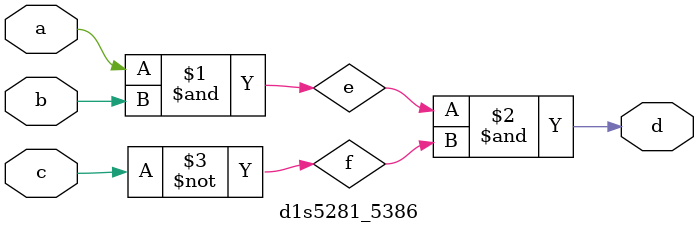
<source format=v>
module d1s5281_5386(a,b,c,d);
  input a,b,c;
  output d;
  wire a,b,c,d,e,f;

  and E1(e,a,b);
  not E2(f,c);
  and E3(d,e,f);

endmodule

</source>
